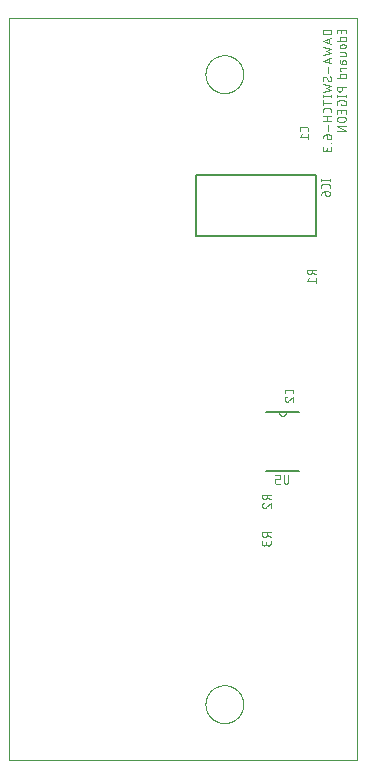
<source format=gbo>
G04 EAGLE Gerber RS-274X export*
G75*
%MOMM*%
%FSLAX34Y34*%
%LPD*%
%INSilk bottom*%
%IPPOS*%
%AMOC8*
5,1,8,0,0,1.08239X$1,22.5*%
G01*
%ADD10C,0.000000*%
%ADD11C,0.076200*%
%ADD12C,0.203200*%
%ADD13C,0.152400*%


D10*
X0Y628650D02*
X0Y0D01*
X295275Y0D01*
X295275Y628650D01*
X0Y628650D01*
D11*
X265811Y618744D02*
X273177Y618744D01*
X265811Y618744D02*
X265811Y616698D01*
X265813Y616609D01*
X265819Y616520D01*
X265829Y616431D01*
X265842Y616343D01*
X265859Y616255D01*
X265881Y616168D01*
X265906Y616083D01*
X265934Y615998D01*
X265967Y615915D01*
X266003Y615833D01*
X266042Y615753D01*
X266085Y615675D01*
X266131Y615599D01*
X266181Y615524D01*
X266234Y615452D01*
X266290Y615383D01*
X266349Y615316D01*
X266410Y615251D01*
X266475Y615190D01*
X266542Y615131D01*
X266611Y615075D01*
X266683Y615022D01*
X266758Y614972D01*
X266834Y614926D01*
X266912Y614883D01*
X266992Y614844D01*
X267074Y614808D01*
X267157Y614775D01*
X267242Y614747D01*
X267327Y614722D01*
X267414Y614700D01*
X267502Y614683D01*
X267590Y614670D01*
X267679Y614660D01*
X267768Y614654D01*
X267857Y614652D01*
X271131Y614652D01*
X271220Y614654D01*
X271309Y614660D01*
X271398Y614670D01*
X271486Y614683D01*
X271574Y614700D01*
X271661Y614722D01*
X271746Y614747D01*
X271831Y614775D01*
X271914Y614808D01*
X271996Y614844D01*
X272076Y614883D01*
X272154Y614926D01*
X272230Y614972D01*
X272305Y615022D01*
X272377Y615075D01*
X272446Y615131D01*
X272513Y615190D01*
X272578Y615251D01*
X272639Y615316D01*
X272698Y615383D01*
X272754Y615452D01*
X272807Y615524D01*
X272857Y615599D01*
X272903Y615675D01*
X272946Y615753D01*
X272985Y615833D01*
X273021Y615915D01*
X273054Y615998D01*
X273082Y616083D01*
X273107Y616168D01*
X273129Y616255D01*
X273146Y616343D01*
X273159Y616431D01*
X273169Y616520D01*
X273175Y616609D01*
X273177Y616698D01*
X273177Y618744D01*
X273177Y611594D02*
X265811Y609139D01*
X273177Y606684D01*
X271336Y607297D02*
X271336Y610980D01*
X273177Y602485D02*
X265811Y604122D01*
X268266Y600848D02*
X273177Y602485D01*
X273177Y599211D02*
X268266Y600848D01*
X265811Y597575D02*
X273177Y599211D01*
X273177Y595013D02*
X265811Y592558D01*
X273177Y590103D01*
X271336Y590716D02*
X271336Y594399D01*
X270312Y587210D02*
X270312Y582300D01*
X273177Y576787D02*
X273175Y576709D01*
X273170Y576631D01*
X273160Y576554D01*
X273147Y576477D01*
X273131Y576401D01*
X273111Y576326D01*
X273087Y576252D01*
X273060Y576179D01*
X273029Y576107D01*
X272995Y576037D01*
X272958Y575969D01*
X272917Y575902D01*
X272873Y575837D01*
X272827Y575775D01*
X272777Y575715D01*
X272725Y575657D01*
X272670Y575602D01*
X272612Y575550D01*
X272552Y575500D01*
X272490Y575454D01*
X272425Y575410D01*
X272359Y575369D01*
X272290Y575332D01*
X272220Y575298D01*
X272148Y575267D01*
X272075Y575240D01*
X272001Y575216D01*
X271926Y575196D01*
X271850Y575180D01*
X271773Y575167D01*
X271696Y575157D01*
X271618Y575152D01*
X271540Y575150D01*
X273177Y576787D02*
X273175Y576901D01*
X273170Y577014D01*
X273160Y577128D01*
X273147Y577241D01*
X273130Y577353D01*
X273110Y577465D01*
X273086Y577576D01*
X273058Y577687D01*
X273027Y577796D01*
X272992Y577904D01*
X272953Y578011D01*
X272911Y578117D01*
X272866Y578221D01*
X272817Y578324D01*
X272764Y578425D01*
X272709Y578524D01*
X272650Y578622D01*
X272588Y578717D01*
X272523Y578810D01*
X272455Y578902D01*
X272384Y578990D01*
X272310Y579077D01*
X272233Y579161D01*
X272154Y579242D01*
X267448Y579038D02*
X267368Y579036D01*
X267288Y579030D01*
X267208Y579020D01*
X267129Y579007D01*
X267050Y578989D01*
X266973Y578968D01*
X266897Y578942D01*
X266822Y578913D01*
X266748Y578881D01*
X266676Y578845D01*
X266606Y578805D01*
X266539Y578762D01*
X266473Y578716D01*
X266410Y578666D01*
X266349Y578614D01*
X266290Y578559D01*
X266235Y578500D01*
X266183Y578440D01*
X266133Y578376D01*
X266087Y578310D01*
X266044Y578243D01*
X266004Y578173D01*
X265968Y578101D01*
X265936Y578027D01*
X265907Y577953D01*
X265881Y577876D01*
X265860Y577799D01*
X265842Y577720D01*
X265829Y577641D01*
X265819Y577561D01*
X265813Y577481D01*
X265811Y577401D01*
X265813Y577291D01*
X265819Y577182D01*
X265829Y577073D01*
X265842Y576964D01*
X265860Y576855D01*
X265881Y576748D01*
X265907Y576641D01*
X265936Y576535D01*
X265968Y576430D01*
X266005Y576327D01*
X266045Y576225D01*
X266089Y576124D01*
X266137Y576025D01*
X266187Y575928D01*
X266242Y575833D01*
X266300Y575740D01*
X266361Y575648D01*
X266425Y575560D01*
X268880Y578219D02*
X268838Y578285D01*
X268794Y578350D01*
X268746Y578412D01*
X268696Y578472D01*
X268643Y578530D01*
X268587Y578585D01*
X268529Y578638D01*
X268468Y578687D01*
X268405Y578734D01*
X268340Y578778D01*
X268273Y578818D01*
X268204Y578855D01*
X268133Y578889D01*
X268061Y578920D01*
X267987Y578947D01*
X267912Y578971D01*
X267837Y578991D01*
X267760Y579007D01*
X267683Y579020D01*
X267605Y579030D01*
X267526Y579035D01*
X267448Y579037D01*
X270108Y575968D02*
X270150Y575902D01*
X270194Y575837D01*
X270242Y575775D01*
X270292Y575715D01*
X270345Y575657D01*
X270401Y575602D01*
X270459Y575549D01*
X270520Y575500D01*
X270583Y575453D01*
X270648Y575409D01*
X270715Y575369D01*
X270784Y575332D01*
X270855Y575298D01*
X270927Y575267D01*
X271001Y575240D01*
X271076Y575216D01*
X271151Y575196D01*
X271228Y575180D01*
X271305Y575167D01*
X271383Y575157D01*
X271462Y575152D01*
X271540Y575150D01*
X270108Y575968D02*
X268880Y578219D01*
X265811Y572423D02*
X273177Y570786D01*
X268266Y569149D01*
X273177Y567512D01*
X265811Y565875D01*
X265811Y562322D02*
X273177Y562322D01*
X273177Y563140D02*
X273177Y561503D01*
X265811Y561503D02*
X265811Y563140D01*
X265811Y556957D02*
X273177Y556957D01*
X265811Y559003D02*
X265811Y554911D01*
X273177Y550562D02*
X273177Y548925D01*
X273177Y550562D02*
X273175Y550640D01*
X273170Y550718D01*
X273160Y550795D01*
X273147Y550872D01*
X273131Y550948D01*
X273111Y551023D01*
X273087Y551097D01*
X273060Y551170D01*
X273029Y551242D01*
X272995Y551312D01*
X272958Y551381D01*
X272917Y551447D01*
X272873Y551512D01*
X272827Y551574D01*
X272777Y551634D01*
X272725Y551692D01*
X272670Y551747D01*
X272612Y551799D01*
X272552Y551849D01*
X272490Y551895D01*
X272425Y551939D01*
X272359Y551980D01*
X272290Y552017D01*
X272220Y552051D01*
X272148Y552082D01*
X272075Y552109D01*
X272001Y552133D01*
X271926Y552153D01*
X271850Y552169D01*
X271773Y552182D01*
X271696Y552192D01*
X271618Y552197D01*
X271540Y552199D01*
X267448Y552199D01*
X267368Y552197D01*
X267288Y552191D01*
X267208Y552181D01*
X267129Y552168D01*
X267050Y552150D01*
X266973Y552129D01*
X266897Y552103D01*
X266822Y552074D01*
X266748Y552042D01*
X266676Y552006D01*
X266606Y551966D01*
X266539Y551923D01*
X266473Y551877D01*
X266410Y551827D01*
X266349Y551775D01*
X266290Y551720D01*
X266235Y551661D01*
X266183Y551601D01*
X266133Y551537D01*
X266087Y551472D01*
X266044Y551404D01*
X266004Y551334D01*
X265968Y551262D01*
X265936Y551188D01*
X265907Y551114D01*
X265882Y551037D01*
X265860Y550960D01*
X265842Y550881D01*
X265829Y550802D01*
X265819Y550723D01*
X265813Y550642D01*
X265811Y550562D01*
X265811Y548925D01*
X265811Y545836D02*
X273177Y545836D01*
X269085Y545836D02*
X269085Y541744D01*
X265811Y541744D02*
X273177Y541744D01*
X270312Y538199D02*
X270312Y533288D01*
X269085Y529986D02*
X269085Y527531D01*
X269087Y527453D01*
X269092Y527375D01*
X269102Y527298D01*
X269115Y527221D01*
X269131Y527145D01*
X269151Y527070D01*
X269175Y526996D01*
X269202Y526923D01*
X269233Y526851D01*
X269267Y526781D01*
X269304Y526713D01*
X269345Y526646D01*
X269389Y526581D01*
X269435Y526519D01*
X269485Y526459D01*
X269537Y526401D01*
X269592Y526346D01*
X269650Y526294D01*
X269710Y526244D01*
X269772Y526198D01*
X269837Y526154D01*
X269904Y526113D01*
X269972Y526076D01*
X270042Y526042D01*
X270114Y526011D01*
X270187Y525984D01*
X270261Y525960D01*
X270336Y525940D01*
X270412Y525924D01*
X270489Y525911D01*
X270566Y525901D01*
X270644Y525896D01*
X270722Y525894D01*
X271131Y525894D01*
X271220Y525896D01*
X271309Y525902D01*
X271398Y525912D01*
X271486Y525925D01*
X271574Y525942D01*
X271661Y525964D01*
X271746Y525989D01*
X271831Y526017D01*
X271914Y526050D01*
X271996Y526086D01*
X272076Y526125D01*
X272154Y526168D01*
X272230Y526214D01*
X272305Y526264D01*
X272377Y526317D01*
X272446Y526373D01*
X272513Y526432D01*
X272578Y526493D01*
X272639Y526558D01*
X272698Y526625D01*
X272754Y526694D01*
X272807Y526766D01*
X272857Y526841D01*
X272903Y526917D01*
X272946Y526995D01*
X272985Y527075D01*
X273021Y527157D01*
X273054Y527240D01*
X273082Y527325D01*
X273107Y527410D01*
X273129Y527497D01*
X273146Y527585D01*
X273159Y527673D01*
X273169Y527762D01*
X273175Y527851D01*
X273177Y527940D01*
X273175Y528029D01*
X273169Y528118D01*
X273159Y528207D01*
X273146Y528295D01*
X273129Y528383D01*
X273107Y528470D01*
X273082Y528555D01*
X273054Y528640D01*
X273021Y528723D01*
X272985Y528805D01*
X272946Y528885D01*
X272903Y528963D01*
X272857Y529039D01*
X272807Y529114D01*
X272754Y529186D01*
X272698Y529255D01*
X272639Y529322D01*
X272578Y529387D01*
X272513Y529448D01*
X272446Y529507D01*
X272377Y529563D01*
X272305Y529616D01*
X272230Y529666D01*
X272154Y529712D01*
X272076Y529755D01*
X271996Y529794D01*
X271914Y529830D01*
X271831Y529863D01*
X271746Y529891D01*
X271661Y529916D01*
X271574Y529938D01*
X271486Y529955D01*
X271398Y529968D01*
X271309Y529978D01*
X271220Y529984D01*
X271131Y529986D01*
X269085Y529986D01*
X269085Y529987D02*
X268971Y529985D01*
X268857Y529979D01*
X268743Y529969D01*
X268629Y529955D01*
X268516Y529937D01*
X268404Y529915D01*
X268293Y529890D01*
X268183Y529860D01*
X268073Y529827D01*
X267965Y529790D01*
X267859Y529749D01*
X267753Y529704D01*
X267650Y529656D01*
X267548Y529604D01*
X267448Y529548D01*
X267350Y529490D01*
X267254Y529427D01*
X267161Y529362D01*
X267069Y529293D01*
X266981Y529221D01*
X266894Y529146D01*
X266811Y529068D01*
X266730Y528987D01*
X266652Y528904D01*
X266577Y528818D01*
X266505Y528729D01*
X266436Y528637D01*
X266371Y528544D01*
X266309Y528448D01*
X266250Y528350D01*
X266194Y528250D01*
X266142Y528148D01*
X266094Y528045D01*
X266049Y527940D01*
X266008Y527833D01*
X265971Y527725D01*
X265938Y527615D01*
X265908Y527505D01*
X265883Y527394D01*
X265861Y527282D01*
X265843Y527169D01*
X265829Y527055D01*
X265819Y526941D01*
X265813Y526827D01*
X265811Y526713D01*
X272768Y523024D02*
X273177Y523024D01*
X272768Y523024D02*
X272768Y522615D01*
X273177Y522615D01*
X273177Y523024D01*
X273177Y519745D02*
X273177Y517699D01*
X273175Y517610D01*
X273169Y517521D01*
X273159Y517432D01*
X273146Y517344D01*
X273129Y517256D01*
X273107Y517169D01*
X273082Y517084D01*
X273054Y516999D01*
X273021Y516916D01*
X272985Y516834D01*
X272946Y516754D01*
X272903Y516676D01*
X272857Y516600D01*
X272807Y516525D01*
X272754Y516453D01*
X272698Y516384D01*
X272639Y516317D01*
X272578Y516252D01*
X272513Y516191D01*
X272446Y516132D01*
X272377Y516076D01*
X272305Y516023D01*
X272230Y515973D01*
X272154Y515927D01*
X272076Y515884D01*
X271996Y515845D01*
X271914Y515809D01*
X271831Y515776D01*
X271746Y515748D01*
X271661Y515723D01*
X271574Y515701D01*
X271486Y515684D01*
X271398Y515671D01*
X271309Y515661D01*
X271220Y515655D01*
X271131Y515653D01*
X271042Y515655D01*
X270953Y515661D01*
X270864Y515671D01*
X270776Y515684D01*
X270688Y515701D01*
X270601Y515723D01*
X270516Y515748D01*
X270431Y515776D01*
X270348Y515809D01*
X270266Y515845D01*
X270186Y515884D01*
X270108Y515927D01*
X270032Y515973D01*
X269957Y516023D01*
X269885Y516076D01*
X269816Y516132D01*
X269749Y516191D01*
X269684Y516252D01*
X269623Y516317D01*
X269564Y516384D01*
X269508Y516453D01*
X269455Y516525D01*
X269405Y516600D01*
X269359Y516676D01*
X269316Y516754D01*
X269277Y516834D01*
X269241Y516916D01*
X269208Y516999D01*
X269180Y517084D01*
X269155Y517169D01*
X269133Y517256D01*
X269116Y517344D01*
X269103Y517432D01*
X269093Y517521D01*
X269087Y517610D01*
X269085Y517699D01*
X265811Y517290D02*
X265811Y519745D01*
X265811Y517290D02*
X265813Y517211D01*
X265819Y517132D01*
X265828Y517053D01*
X265841Y516975D01*
X265859Y516898D01*
X265879Y516822D01*
X265904Y516747D01*
X265932Y516673D01*
X265963Y516600D01*
X265999Y516529D01*
X266037Y516460D01*
X266079Y516393D01*
X266124Y516328D01*
X266172Y516265D01*
X266223Y516204D01*
X266277Y516147D01*
X266333Y516091D01*
X266392Y516039D01*
X266454Y515989D01*
X266518Y515943D01*
X266584Y515899D01*
X266652Y515859D01*
X266722Y515823D01*
X266794Y515789D01*
X266868Y515759D01*
X266942Y515733D01*
X267018Y515710D01*
X267095Y515692D01*
X267172Y515676D01*
X267251Y515665D01*
X267329Y515657D01*
X267408Y515653D01*
X267488Y515653D01*
X267567Y515657D01*
X267645Y515665D01*
X267724Y515676D01*
X267801Y515692D01*
X267878Y515710D01*
X267954Y515733D01*
X268028Y515759D01*
X268102Y515789D01*
X268174Y515823D01*
X268244Y515859D01*
X268312Y515899D01*
X268378Y515943D01*
X268442Y515989D01*
X268504Y516039D01*
X268563Y516091D01*
X268619Y516147D01*
X268673Y516204D01*
X268724Y516265D01*
X268772Y516328D01*
X268817Y516393D01*
X268859Y516460D01*
X268897Y516529D01*
X268933Y516600D01*
X268964Y516673D01*
X268992Y516747D01*
X269017Y516822D01*
X269037Y516898D01*
X269055Y516975D01*
X269068Y517053D01*
X269077Y517132D01*
X269083Y517211D01*
X269085Y517290D01*
X269085Y518927D01*
X285369Y615470D02*
X285369Y618744D01*
X278003Y618744D01*
X278003Y615470D01*
X281277Y616289D02*
X281277Y618744D01*
X278003Y609509D02*
X285369Y609509D01*
X285369Y611555D01*
X285367Y611624D01*
X285361Y611692D01*
X285352Y611761D01*
X285338Y611828D01*
X285321Y611895D01*
X285300Y611961D01*
X285276Y612025D01*
X285247Y612088D01*
X285216Y612149D01*
X285181Y612208D01*
X285143Y612266D01*
X285101Y612321D01*
X285057Y612373D01*
X285009Y612423D01*
X284959Y612471D01*
X284907Y612515D01*
X284852Y612557D01*
X284794Y612595D01*
X284735Y612630D01*
X284674Y612661D01*
X284611Y612690D01*
X284547Y612714D01*
X284481Y612735D01*
X284414Y612752D01*
X284347Y612766D01*
X284278Y612775D01*
X284210Y612781D01*
X284141Y612783D01*
X281686Y612783D01*
X281617Y612781D01*
X281549Y612775D01*
X281480Y612766D01*
X281413Y612752D01*
X281346Y612735D01*
X281280Y612714D01*
X281216Y612690D01*
X281153Y612661D01*
X281092Y612630D01*
X281033Y612595D01*
X280975Y612557D01*
X280920Y612515D01*
X280868Y612471D01*
X280818Y612423D01*
X280770Y612373D01*
X280726Y612321D01*
X280685Y612266D01*
X280646Y612208D01*
X280611Y612149D01*
X280580Y612088D01*
X280551Y612025D01*
X280527Y611961D01*
X280506Y611895D01*
X280489Y611828D01*
X280475Y611761D01*
X280466Y611693D01*
X280460Y611624D01*
X280458Y611555D01*
X280458Y609509D01*
X282095Y606159D02*
X283732Y606159D01*
X282095Y606159D02*
X282016Y606157D01*
X281937Y606151D01*
X281858Y606142D01*
X281780Y606129D01*
X281703Y606111D01*
X281627Y606091D01*
X281552Y606066D01*
X281478Y606038D01*
X281405Y606007D01*
X281334Y605971D01*
X281265Y605933D01*
X281198Y605891D01*
X281133Y605846D01*
X281070Y605798D01*
X281009Y605747D01*
X280952Y605693D01*
X280896Y605637D01*
X280844Y605578D01*
X280794Y605516D01*
X280748Y605452D01*
X280704Y605386D01*
X280664Y605318D01*
X280628Y605248D01*
X280594Y605176D01*
X280564Y605102D01*
X280538Y605028D01*
X280515Y604952D01*
X280497Y604875D01*
X280481Y604798D01*
X280470Y604719D01*
X280462Y604641D01*
X280458Y604562D01*
X280458Y604482D01*
X280462Y604403D01*
X280470Y604325D01*
X280481Y604246D01*
X280497Y604169D01*
X280515Y604092D01*
X280538Y604016D01*
X280564Y603942D01*
X280594Y603868D01*
X280628Y603796D01*
X280664Y603726D01*
X280704Y603658D01*
X280748Y603592D01*
X280794Y603528D01*
X280844Y603466D01*
X280896Y603407D01*
X280952Y603351D01*
X281009Y603297D01*
X281070Y603246D01*
X281133Y603198D01*
X281198Y603153D01*
X281265Y603111D01*
X281334Y603073D01*
X281405Y603037D01*
X281478Y603006D01*
X281552Y602978D01*
X281627Y602953D01*
X281703Y602933D01*
X281780Y602915D01*
X281858Y602902D01*
X281937Y602893D01*
X282016Y602887D01*
X282095Y602885D01*
X283732Y602885D01*
X283811Y602887D01*
X283890Y602893D01*
X283969Y602902D01*
X284047Y602915D01*
X284124Y602933D01*
X284200Y602953D01*
X284275Y602978D01*
X284349Y603006D01*
X284422Y603037D01*
X284493Y603073D01*
X284562Y603111D01*
X284629Y603153D01*
X284694Y603198D01*
X284757Y603246D01*
X284818Y603297D01*
X284875Y603351D01*
X284931Y603407D01*
X284983Y603466D01*
X285033Y603528D01*
X285079Y603592D01*
X285123Y603658D01*
X285163Y603726D01*
X285199Y603796D01*
X285233Y603868D01*
X285263Y603942D01*
X285289Y604016D01*
X285312Y604092D01*
X285330Y604169D01*
X285346Y604246D01*
X285357Y604325D01*
X285365Y604403D01*
X285369Y604482D01*
X285369Y604562D01*
X285365Y604641D01*
X285357Y604719D01*
X285346Y604798D01*
X285330Y604875D01*
X285312Y604952D01*
X285289Y605028D01*
X285263Y605102D01*
X285233Y605176D01*
X285199Y605248D01*
X285163Y605318D01*
X285123Y605386D01*
X285079Y605452D01*
X285033Y605516D01*
X284983Y605578D01*
X284931Y605637D01*
X284875Y605693D01*
X284818Y605747D01*
X284757Y605798D01*
X284694Y605846D01*
X284629Y605891D01*
X284562Y605933D01*
X284493Y605971D01*
X284422Y606007D01*
X284349Y606038D01*
X284275Y606066D01*
X284200Y606091D01*
X284124Y606111D01*
X284047Y606129D01*
X283969Y606142D01*
X283890Y606151D01*
X283811Y606157D01*
X283732Y606159D01*
X284141Y599575D02*
X280458Y599575D01*
X284141Y599575D02*
X284210Y599573D01*
X284278Y599567D01*
X284347Y599558D01*
X284414Y599544D01*
X284481Y599527D01*
X284547Y599506D01*
X284611Y599482D01*
X284674Y599453D01*
X284735Y599422D01*
X284794Y599387D01*
X284852Y599349D01*
X284907Y599307D01*
X284959Y599263D01*
X285009Y599215D01*
X285057Y599165D01*
X285101Y599113D01*
X285143Y599058D01*
X285181Y599000D01*
X285216Y598941D01*
X285247Y598880D01*
X285276Y598817D01*
X285300Y598753D01*
X285321Y598687D01*
X285338Y598620D01*
X285352Y598553D01*
X285361Y598484D01*
X285367Y598416D01*
X285369Y598347D01*
X285369Y596301D01*
X280458Y596301D01*
X282504Y591600D02*
X282504Y589758D01*
X282505Y591600D02*
X282507Y591675D01*
X282513Y591750D01*
X282523Y591824D01*
X282536Y591898D01*
X282554Y591971D01*
X282575Y592043D01*
X282600Y592113D01*
X282629Y592182D01*
X282661Y592250D01*
X282697Y592316D01*
X282736Y592380D01*
X282778Y592442D01*
X282824Y592501D01*
X282873Y592558D01*
X282924Y592613D01*
X282979Y592664D01*
X283036Y592713D01*
X283095Y592759D01*
X283157Y592801D01*
X283221Y592840D01*
X283287Y592876D01*
X283355Y592908D01*
X283424Y592937D01*
X283494Y592962D01*
X283566Y592983D01*
X283639Y593001D01*
X283713Y593014D01*
X283787Y593024D01*
X283862Y593030D01*
X283937Y593032D01*
X284012Y593030D01*
X284087Y593024D01*
X284161Y593014D01*
X284235Y593001D01*
X284308Y592983D01*
X284380Y592962D01*
X284450Y592937D01*
X284519Y592908D01*
X284587Y592876D01*
X284653Y592840D01*
X284717Y592801D01*
X284779Y592759D01*
X284838Y592713D01*
X284895Y592664D01*
X284950Y592613D01*
X285001Y592558D01*
X285050Y592501D01*
X285096Y592442D01*
X285138Y592380D01*
X285177Y592316D01*
X285213Y592250D01*
X285245Y592182D01*
X285274Y592113D01*
X285299Y592043D01*
X285320Y591971D01*
X285338Y591898D01*
X285351Y591824D01*
X285361Y591750D01*
X285367Y591675D01*
X285369Y591600D01*
X285369Y589758D01*
X281686Y589758D01*
X281617Y589760D01*
X281549Y589766D01*
X281480Y589775D01*
X281413Y589789D01*
X281346Y589806D01*
X281280Y589827D01*
X281216Y589851D01*
X281153Y589880D01*
X281092Y589911D01*
X281033Y589946D01*
X280975Y589984D01*
X280920Y590026D01*
X280868Y590070D01*
X280818Y590118D01*
X280770Y590168D01*
X280726Y590220D01*
X280684Y590275D01*
X280646Y590333D01*
X280611Y590392D01*
X280580Y590453D01*
X280551Y590516D01*
X280527Y590580D01*
X280506Y590646D01*
X280489Y590713D01*
X280475Y590780D01*
X280466Y590849D01*
X280460Y590917D01*
X280458Y590986D01*
X280458Y592623D01*
X280458Y586118D02*
X285369Y586118D01*
X280458Y586118D02*
X280458Y583662D01*
X281277Y583662D01*
X278003Y578054D02*
X285369Y578054D01*
X285369Y580100D01*
X285367Y580169D01*
X285361Y580237D01*
X285352Y580306D01*
X285338Y580373D01*
X285321Y580440D01*
X285300Y580506D01*
X285276Y580570D01*
X285247Y580633D01*
X285216Y580694D01*
X285181Y580753D01*
X285143Y580811D01*
X285101Y580866D01*
X285057Y580918D01*
X285009Y580968D01*
X284959Y581016D01*
X284907Y581060D01*
X284852Y581102D01*
X284794Y581140D01*
X284735Y581175D01*
X284674Y581206D01*
X284611Y581235D01*
X284547Y581259D01*
X284481Y581280D01*
X284414Y581297D01*
X284347Y581311D01*
X284278Y581320D01*
X284210Y581326D01*
X284141Y581328D01*
X281686Y581328D01*
X281617Y581326D01*
X281549Y581320D01*
X281480Y581311D01*
X281413Y581297D01*
X281346Y581280D01*
X281280Y581259D01*
X281216Y581235D01*
X281153Y581206D01*
X281092Y581175D01*
X281033Y581140D01*
X280975Y581102D01*
X280920Y581060D01*
X280868Y581016D01*
X280818Y580968D01*
X280770Y580918D01*
X280726Y580866D01*
X280685Y580811D01*
X280646Y580753D01*
X280611Y580694D01*
X280580Y580633D01*
X280551Y580570D01*
X280527Y580506D01*
X280506Y580440D01*
X280489Y580373D01*
X280475Y580306D01*
X280466Y580238D01*
X280460Y580169D01*
X280458Y580100D01*
X280458Y578054D01*
X278003Y570362D02*
X285369Y570362D01*
X278003Y570362D02*
X278003Y568316D01*
X278005Y568227D01*
X278011Y568138D01*
X278021Y568049D01*
X278034Y567961D01*
X278051Y567873D01*
X278073Y567786D01*
X278098Y567701D01*
X278126Y567616D01*
X278159Y567533D01*
X278195Y567451D01*
X278234Y567371D01*
X278277Y567293D01*
X278323Y567217D01*
X278373Y567142D01*
X278426Y567070D01*
X278482Y567001D01*
X278541Y566934D01*
X278602Y566869D01*
X278667Y566808D01*
X278734Y566749D01*
X278803Y566693D01*
X278875Y566640D01*
X278950Y566590D01*
X279026Y566544D01*
X279104Y566501D01*
X279184Y566462D01*
X279266Y566426D01*
X279349Y566393D01*
X279434Y566365D01*
X279519Y566340D01*
X279606Y566318D01*
X279694Y566301D01*
X279782Y566288D01*
X279871Y566278D01*
X279960Y566272D01*
X280049Y566270D01*
X280138Y566272D01*
X280227Y566278D01*
X280316Y566288D01*
X280404Y566301D01*
X280492Y566318D01*
X280579Y566340D01*
X280664Y566365D01*
X280749Y566393D01*
X280832Y566426D01*
X280914Y566462D01*
X280994Y566501D01*
X281072Y566544D01*
X281148Y566590D01*
X281223Y566640D01*
X281295Y566693D01*
X281364Y566749D01*
X281431Y566808D01*
X281496Y566869D01*
X281557Y566934D01*
X281616Y567001D01*
X281672Y567070D01*
X281725Y567142D01*
X281775Y567217D01*
X281821Y567293D01*
X281864Y567371D01*
X281903Y567451D01*
X281939Y567533D01*
X281972Y567616D01*
X282000Y567701D01*
X282025Y567786D01*
X282047Y567873D01*
X282064Y567961D01*
X282077Y568049D01*
X282087Y568138D01*
X282093Y568227D01*
X282095Y568316D01*
X282095Y570362D01*
X285369Y562825D02*
X278003Y562825D01*
X285369Y563644D02*
X285369Y562007D01*
X278003Y562007D02*
X278003Y563644D01*
X281277Y555911D02*
X281277Y554683D01*
X285369Y554683D01*
X285369Y557138D01*
X285367Y557216D01*
X285362Y557294D01*
X285352Y557371D01*
X285339Y557448D01*
X285323Y557524D01*
X285303Y557599D01*
X285279Y557673D01*
X285252Y557746D01*
X285221Y557818D01*
X285187Y557888D01*
X285150Y557957D01*
X285109Y558023D01*
X285065Y558088D01*
X285019Y558150D01*
X284969Y558210D01*
X284917Y558268D01*
X284862Y558323D01*
X284804Y558375D01*
X284744Y558425D01*
X284682Y558471D01*
X284617Y558515D01*
X284551Y558556D01*
X284482Y558593D01*
X284412Y558627D01*
X284340Y558658D01*
X284267Y558685D01*
X284193Y558709D01*
X284118Y558729D01*
X284042Y558745D01*
X283965Y558758D01*
X283888Y558768D01*
X283810Y558773D01*
X283732Y558775D01*
X279640Y558775D01*
X279560Y558773D01*
X279480Y558767D01*
X279400Y558757D01*
X279321Y558744D01*
X279242Y558726D01*
X279165Y558705D01*
X279089Y558679D01*
X279014Y558650D01*
X278940Y558618D01*
X278868Y558582D01*
X278798Y558542D01*
X278731Y558499D01*
X278665Y558453D01*
X278602Y558403D01*
X278541Y558351D01*
X278482Y558296D01*
X278427Y558237D01*
X278375Y558177D01*
X278325Y558113D01*
X278279Y558048D01*
X278236Y557980D01*
X278196Y557910D01*
X278160Y557838D01*
X278128Y557764D01*
X278099Y557690D01*
X278074Y557613D01*
X278052Y557536D01*
X278034Y557457D01*
X278021Y557378D01*
X278011Y557299D01*
X278005Y557218D01*
X278003Y557138D01*
X278003Y554683D01*
X285369Y550957D02*
X285369Y547683D01*
X285369Y550957D02*
X278003Y550957D01*
X278003Y547683D01*
X281277Y548501D02*
X281277Y550957D01*
X280049Y544876D02*
X283323Y544876D01*
X280049Y544876D02*
X279960Y544874D01*
X279871Y544868D01*
X279782Y544858D01*
X279694Y544845D01*
X279606Y544828D01*
X279519Y544806D01*
X279434Y544781D01*
X279349Y544753D01*
X279266Y544720D01*
X279184Y544684D01*
X279104Y544645D01*
X279026Y544602D01*
X278950Y544556D01*
X278875Y544506D01*
X278803Y544453D01*
X278734Y544397D01*
X278667Y544338D01*
X278602Y544277D01*
X278541Y544212D01*
X278482Y544145D01*
X278426Y544076D01*
X278373Y544004D01*
X278323Y543929D01*
X278277Y543853D01*
X278234Y543775D01*
X278195Y543695D01*
X278159Y543613D01*
X278126Y543530D01*
X278098Y543445D01*
X278073Y543360D01*
X278051Y543273D01*
X278034Y543185D01*
X278021Y543097D01*
X278011Y543008D01*
X278005Y542919D01*
X278003Y542830D01*
X278005Y542741D01*
X278011Y542652D01*
X278021Y542563D01*
X278034Y542475D01*
X278051Y542387D01*
X278073Y542300D01*
X278098Y542215D01*
X278126Y542130D01*
X278159Y542047D01*
X278195Y541965D01*
X278234Y541885D01*
X278277Y541807D01*
X278323Y541731D01*
X278373Y541656D01*
X278426Y541584D01*
X278482Y541515D01*
X278541Y541448D01*
X278602Y541383D01*
X278667Y541322D01*
X278734Y541263D01*
X278803Y541207D01*
X278875Y541154D01*
X278950Y541104D01*
X279026Y541058D01*
X279104Y541015D01*
X279184Y540976D01*
X279266Y540940D01*
X279349Y540907D01*
X279434Y540879D01*
X279519Y540854D01*
X279606Y540832D01*
X279694Y540815D01*
X279782Y540802D01*
X279871Y540792D01*
X279960Y540786D01*
X280049Y540784D01*
X283323Y540784D01*
X283412Y540786D01*
X283501Y540792D01*
X283590Y540802D01*
X283678Y540815D01*
X283766Y540832D01*
X283853Y540854D01*
X283938Y540879D01*
X284023Y540907D01*
X284106Y540940D01*
X284188Y540976D01*
X284268Y541015D01*
X284346Y541058D01*
X284422Y541104D01*
X284497Y541154D01*
X284569Y541207D01*
X284638Y541263D01*
X284705Y541322D01*
X284770Y541383D01*
X284831Y541448D01*
X284890Y541515D01*
X284946Y541584D01*
X284999Y541656D01*
X285049Y541731D01*
X285095Y541807D01*
X285138Y541885D01*
X285177Y541965D01*
X285213Y542047D01*
X285246Y542130D01*
X285274Y542215D01*
X285299Y542300D01*
X285321Y542387D01*
X285338Y542475D01*
X285351Y542563D01*
X285361Y542652D01*
X285367Y542741D01*
X285369Y542830D01*
X285367Y542919D01*
X285361Y543008D01*
X285351Y543097D01*
X285338Y543185D01*
X285321Y543273D01*
X285299Y543360D01*
X285274Y543445D01*
X285246Y543530D01*
X285213Y543613D01*
X285177Y543695D01*
X285138Y543775D01*
X285095Y543853D01*
X285049Y543929D01*
X284999Y544004D01*
X284946Y544076D01*
X284890Y544145D01*
X284831Y544212D01*
X284770Y544277D01*
X284705Y544338D01*
X284638Y544397D01*
X284569Y544453D01*
X284497Y544506D01*
X284422Y544556D01*
X284346Y544602D01*
X284268Y544645D01*
X284188Y544684D01*
X284106Y544720D01*
X284023Y544753D01*
X283938Y544781D01*
X283853Y544806D01*
X283766Y544828D01*
X283678Y544845D01*
X283590Y544858D01*
X283501Y544868D01*
X283412Y544874D01*
X283323Y544876D01*
X285369Y537317D02*
X278003Y537317D01*
X285369Y533225D01*
X278003Y533225D01*
D10*
X166563Y47625D02*
X166568Y48018D01*
X166582Y48410D01*
X166606Y48802D01*
X166640Y49193D01*
X166683Y49584D01*
X166736Y49973D01*
X166799Y50360D01*
X166870Y50746D01*
X166952Y51131D01*
X167042Y51513D01*
X167143Y51892D01*
X167252Y52270D01*
X167371Y52644D01*
X167498Y53015D01*
X167635Y53383D01*
X167781Y53748D01*
X167936Y54109D01*
X168099Y54466D01*
X168271Y54819D01*
X168452Y55167D01*
X168642Y55511D01*
X168839Y55851D01*
X169045Y56185D01*
X169259Y56514D01*
X169482Y56838D01*
X169712Y57156D01*
X169949Y57469D01*
X170195Y57775D01*
X170448Y58076D01*
X170708Y58370D01*
X170975Y58658D01*
X171249Y58939D01*
X171530Y59213D01*
X171818Y59480D01*
X172112Y59740D01*
X172413Y59993D01*
X172719Y60239D01*
X173032Y60476D01*
X173350Y60706D01*
X173674Y60929D01*
X174003Y61143D01*
X174337Y61349D01*
X174677Y61546D01*
X175021Y61736D01*
X175369Y61917D01*
X175722Y62089D01*
X176079Y62252D01*
X176440Y62407D01*
X176805Y62553D01*
X177173Y62690D01*
X177544Y62817D01*
X177918Y62936D01*
X178296Y63045D01*
X178675Y63146D01*
X179057Y63236D01*
X179442Y63318D01*
X179828Y63389D01*
X180215Y63452D01*
X180604Y63505D01*
X180995Y63548D01*
X181386Y63582D01*
X181778Y63606D01*
X182170Y63620D01*
X182563Y63625D01*
X182956Y63620D01*
X183348Y63606D01*
X183740Y63582D01*
X184131Y63548D01*
X184522Y63505D01*
X184911Y63452D01*
X185298Y63389D01*
X185684Y63318D01*
X186069Y63236D01*
X186451Y63146D01*
X186830Y63045D01*
X187208Y62936D01*
X187582Y62817D01*
X187953Y62690D01*
X188321Y62553D01*
X188686Y62407D01*
X189047Y62252D01*
X189404Y62089D01*
X189757Y61917D01*
X190105Y61736D01*
X190449Y61546D01*
X190789Y61349D01*
X191123Y61143D01*
X191452Y60929D01*
X191776Y60706D01*
X192094Y60476D01*
X192407Y60239D01*
X192713Y59993D01*
X193014Y59740D01*
X193308Y59480D01*
X193596Y59213D01*
X193877Y58939D01*
X194151Y58658D01*
X194418Y58370D01*
X194678Y58076D01*
X194931Y57775D01*
X195177Y57469D01*
X195414Y57156D01*
X195644Y56838D01*
X195867Y56514D01*
X196081Y56185D01*
X196287Y55851D01*
X196484Y55511D01*
X196674Y55167D01*
X196855Y54819D01*
X197027Y54466D01*
X197190Y54109D01*
X197345Y53748D01*
X197491Y53383D01*
X197628Y53015D01*
X197755Y52644D01*
X197874Y52270D01*
X197983Y51892D01*
X198084Y51513D01*
X198174Y51131D01*
X198256Y50746D01*
X198327Y50360D01*
X198390Y49973D01*
X198443Y49584D01*
X198486Y49193D01*
X198520Y48802D01*
X198544Y48410D01*
X198558Y48018D01*
X198563Y47625D01*
X198558Y47232D01*
X198544Y46840D01*
X198520Y46448D01*
X198486Y46057D01*
X198443Y45666D01*
X198390Y45277D01*
X198327Y44890D01*
X198256Y44504D01*
X198174Y44119D01*
X198084Y43737D01*
X197983Y43358D01*
X197874Y42980D01*
X197755Y42606D01*
X197628Y42235D01*
X197491Y41867D01*
X197345Y41502D01*
X197190Y41141D01*
X197027Y40784D01*
X196855Y40431D01*
X196674Y40083D01*
X196484Y39739D01*
X196287Y39399D01*
X196081Y39065D01*
X195867Y38736D01*
X195644Y38412D01*
X195414Y38094D01*
X195177Y37781D01*
X194931Y37475D01*
X194678Y37174D01*
X194418Y36880D01*
X194151Y36592D01*
X193877Y36311D01*
X193596Y36037D01*
X193308Y35770D01*
X193014Y35510D01*
X192713Y35257D01*
X192407Y35011D01*
X192094Y34774D01*
X191776Y34544D01*
X191452Y34321D01*
X191123Y34107D01*
X190789Y33901D01*
X190449Y33704D01*
X190105Y33514D01*
X189757Y33333D01*
X189404Y33161D01*
X189047Y32998D01*
X188686Y32843D01*
X188321Y32697D01*
X187953Y32560D01*
X187582Y32433D01*
X187208Y32314D01*
X186830Y32205D01*
X186451Y32104D01*
X186069Y32014D01*
X185684Y31932D01*
X185298Y31861D01*
X184911Y31798D01*
X184522Y31745D01*
X184131Y31702D01*
X183740Y31668D01*
X183348Y31644D01*
X182956Y31630D01*
X182563Y31625D01*
X182170Y31630D01*
X181778Y31644D01*
X181386Y31668D01*
X180995Y31702D01*
X180604Y31745D01*
X180215Y31798D01*
X179828Y31861D01*
X179442Y31932D01*
X179057Y32014D01*
X178675Y32104D01*
X178296Y32205D01*
X177918Y32314D01*
X177544Y32433D01*
X177173Y32560D01*
X176805Y32697D01*
X176440Y32843D01*
X176079Y32998D01*
X175722Y33161D01*
X175369Y33333D01*
X175021Y33514D01*
X174677Y33704D01*
X174337Y33901D01*
X174003Y34107D01*
X173674Y34321D01*
X173350Y34544D01*
X173032Y34774D01*
X172719Y35011D01*
X172413Y35257D01*
X172112Y35510D01*
X171818Y35770D01*
X171530Y36037D01*
X171249Y36311D01*
X170975Y36592D01*
X170708Y36880D01*
X170448Y37174D01*
X170195Y37475D01*
X169949Y37781D01*
X169712Y38094D01*
X169482Y38412D01*
X169259Y38736D01*
X169045Y39065D01*
X168839Y39399D01*
X168642Y39739D01*
X168452Y40083D01*
X168271Y40431D01*
X168099Y40784D01*
X167936Y41141D01*
X167781Y41502D01*
X167635Y41867D01*
X167498Y42235D01*
X167371Y42606D01*
X167252Y42980D01*
X167143Y43358D01*
X167042Y43737D01*
X166952Y44119D01*
X166870Y44504D01*
X166799Y44890D01*
X166736Y45277D01*
X166683Y45666D01*
X166640Y46057D01*
X166606Y46448D01*
X166582Y46840D01*
X166568Y47232D01*
X166563Y47625D01*
X166563Y581025D02*
X166568Y581418D01*
X166582Y581810D01*
X166606Y582202D01*
X166640Y582593D01*
X166683Y582984D01*
X166736Y583373D01*
X166799Y583760D01*
X166870Y584146D01*
X166952Y584531D01*
X167042Y584913D01*
X167143Y585292D01*
X167252Y585670D01*
X167371Y586044D01*
X167498Y586415D01*
X167635Y586783D01*
X167781Y587148D01*
X167936Y587509D01*
X168099Y587866D01*
X168271Y588219D01*
X168452Y588567D01*
X168642Y588911D01*
X168839Y589251D01*
X169045Y589585D01*
X169259Y589914D01*
X169482Y590238D01*
X169712Y590556D01*
X169949Y590869D01*
X170195Y591175D01*
X170448Y591476D01*
X170708Y591770D01*
X170975Y592058D01*
X171249Y592339D01*
X171530Y592613D01*
X171818Y592880D01*
X172112Y593140D01*
X172413Y593393D01*
X172719Y593639D01*
X173032Y593876D01*
X173350Y594106D01*
X173674Y594329D01*
X174003Y594543D01*
X174337Y594749D01*
X174677Y594946D01*
X175021Y595136D01*
X175369Y595317D01*
X175722Y595489D01*
X176079Y595652D01*
X176440Y595807D01*
X176805Y595953D01*
X177173Y596090D01*
X177544Y596217D01*
X177918Y596336D01*
X178296Y596445D01*
X178675Y596546D01*
X179057Y596636D01*
X179442Y596718D01*
X179828Y596789D01*
X180215Y596852D01*
X180604Y596905D01*
X180995Y596948D01*
X181386Y596982D01*
X181778Y597006D01*
X182170Y597020D01*
X182563Y597025D01*
X182956Y597020D01*
X183348Y597006D01*
X183740Y596982D01*
X184131Y596948D01*
X184522Y596905D01*
X184911Y596852D01*
X185298Y596789D01*
X185684Y596718D01*
X186069Y596636D01*
X186451Y596546D01*
X186830Y596445D01*
X187208Y596336D01*
X187582Y596217D01*
X187953Y596090D01*
X188321Y595953D01*
X188686Y595807D01*
X189047Y595652D01*
X189404Y595489D01*
X189757Y595317D01*
X190105Y595136D01*
X190449Y594946D01*
X190789Y594749D01*
X191123Y594543D01*
X191452Y594329D01*
X191776Y594106D01*
X192094Y593876D01*
X192407Y593639D01*
X192713Y593393D01*
X193014Y593140D01*
X193308Y592880D01*
X193596Y592613D01*
X193877Y592339D01*
X194151Y592058D01*
X194418Y591770D01*
X194678Y591476D01*
X194931Y591175D01*
X195177Y590869D01*
X195414Y590556D01*
X195644Y590238D01*
X195867Y589914D01*
X196081Y589585D01*
X196287Y589251D01*
X196484Y588911D01*
X196674Y588567D01*
X196855Y588219D01*
X197027Y587866D01*
X197190Y587509D01*
X197345Y587148D01*
X197491Y586783D01*
X197628Y586415D01*
X197755Y586044D01*
X197874Y585670D01*
X197983Y585292D01*
X198084Y584913D01*
X198174Y584531D01*
X198256Y584146D01*
X198327Y583760D01*
X198390Y583373D01*
X198443Y582984D01*
X198486Y582593D01*
X198520Y582202D01*
X198544Y581810D01*
X198558Y581418D01*
X198563Y581025D01*
X198558Y580632D01*
X198544Y580240D01*
X198520Y579848D01*
X198486Y579457D01*
X198443Y579066D01*
X198390Y578677D01*
X198327Y578290D01*
X198256Y577904D01*
X198174Y577519D01*
X198084Y577137D01*
X197983Y576758D01*
X197874Y576380D01*
X197755Y576006D01*
X197628Y575635D01*
X197491Y575267D01*
X197345Y574902D01*
X197190Y574541D01*
X197027Y574184D01*
X196855Y573831D01*
X196674Y573483D01*
X196484Y573139D01*
X196287Y572799D01*
X196081Y572465D01*
X195867Y572136D01*
X195644Y571812D01*
X195414Y571494D01*
X195177Y571181D01*
X194931Y570875D01*
X194678Y570574D01*
X194418Y570280D01*
X194151Y569992D01*
X193877Y569711D01*
X193596Y569437D01*
X193308Y569170D01*
X193014Y568910D01*
X192713Y568657D01*
X192407Y568411D01*
X192094Y568174D01*
X191776Y567944D01*
X191452Y567721D01*
X191123Y567507D01*
X190789Y567301D01*
X190449Y567104D01*
X190105Y566914D01*
X189757Y566733D01*
X189404Y566561D01*
X189047Y566398D01*
X188686Y566243D01*
X188321Y566097D01*
X187953Y565960D01*
X187582Y565833D01*
X187208Y565714D01*
X186830Y565605D01*
X186451Y565504D01*
X186069Y565414D01*
X185684Y565332D01*
X185298Y565261D01*
X184911Y565198D01*
X184522Y565145D01*
X184131Y565102D01*
X183740Y565068D01*
X183348Y565044D01*
X182956Y565030D01*
X182563Y565025D01*
X182170Y565030D01*
X181778Y565044D01*
X181386Y565068D01*
X180995Y565102D01*
X180604Y565145D01*
X180215Y565198D01*
X179828Y565261D01*
X179442Y565332D01*
X179057Y565414D01*
X178675Y565504D01*
X178296Y565605D01*
X177918Y565714D01*
X177544Y565833D01*
X177173Y565960D01*
X176805Y566097D01*
X176440Y566243D01*
X176079Y566398D01*
X175722Y566561D01*
X175369Y566733D01*
X175021Y566914D01*
X174677Y567104D01*
X174337Y567301D01*
X174003Y567507D01*
X173674Y567721D01*
X173350Y567944D01*
X173032Y568174D01*
X172719Y568411D01*
X172413Y568657D01*
X172112Y568910D01*
X171818Y569170D01*
X171530Y569437D01*
X171249Y569711D01*
X170975Y569992D01*
X170708Y570280D01*
X170448Y570574D01*
X170195Y570875D01*
X169949Y571181D01*
X169712Y571494D01*
X169482Y571812D01*
X169259Y572136D01*
X169045Y572465D01*
X168839Y572799D01*
X168642Y573139D01*
X168452Y573483D01*
X168271Y573831D01*
X168099Y574184D01*
X167936Y574541D01*
X167781Y574902D01*
X167635Y575267D01*
X167498Y575635D01*
X167371Y576006D01*
X167252Y576380D01*
X167143Y576758D01*
X167042Y577137D01*
X166952Y577519D01*
X166870Y577904D01*
X166799Y578290D01*
X166736Y578677D01*
X166683Y579066D01*
X166640Y579457D01*
X166606Y579848D01*
X166582Y580240D01*
X166568Y580632D01*
X166563Y581025D01*
D11*
X253619Y534557D02*
X253619Y532920D01*
X253619Y534557D02*
X253617Y534635D01*
X253612Y534713D01*
X253602Y534790D01*
X253589Y534867D01*
X253573Y534943D01*
X253553Y535018D01*
X253529Y535092D01*
X253502Y535165D01*
X253471Y535237D01*
X253437Y535307D01*
X253400Y535376D01*
X253359Y535442D01*
X253315Y535507D01*
X253269Y535569D01*
X253219Y535629D01*
X253167Y535687D01*
X253112Y535742D01*
X253054Y535794D01*
X252994Y535844D01*
X252932Y535890D01*
X252867Y535934D01*
X252801Y535975D01*
X252732Y536012D01*
X252662Y536046D01*
X252590Y536077D01*
X252517Y536104D01*
X252443Y536128D01*
X252368Y536148D01*
X252292Y536164D01*
X252215Y536177D01*
X252138Y536187D01*
X252060Y536192D01*
X251982Y536194D01*
X247890Y536194D01*
X247810Y536192D01*
X247730Y536186D01*
X247650Y536176D01*
X247571Y536163D01*
X247492Y536145D01*
X247415Y536124D01*
X247339Y536098D01*
X247264Y536069D01*
X247190Y536037D01*
X247118Y536001D01*
X247048Y535961D01*
X246981Y535918D01*
X246915Y535872D01*
X246852Y535822D01*
X246791Y535770D01*
X246732Y535715D01*
X246677Y535656D01*
X246625Y535596D01*
X246575Y535532D01*
X246529Y535467D01*
X246486Y535399D01*
X246446Y535329D01*
X246410Y535257D01*
X246378Y535183D01*
X246349Y535109D01*
X246324Y535032D01*
X246302Y534955D01*
X246284Y534876D01*
X246271Y534797D01*
X246261Y534718D01*
X246255Y534637D01*
X246253Y534557D01*
X246253Y532920D01*
X247890Y530075D02*
X246253Y528029D01*
X253619Y528029D01*
X253619Y530075D02*
X253619Y525983D01*
D12*
X260550Y495900D02*
X158950Y495900D01*
X260550Y495900D02*
X260550Y443900D01*
X158950Y443900D01*
X158950Y495900D01*
D11*
X264518Y491825D02*
X271884Y491825D01*
X271884Y492643D02*
X271884Y491006D01*
X264518Y491006D02*
X264518Y492643D01*
X271884Y486405D02*
X271884Y484768D01*
X271884Y486405D02*
X271882Y486483D01*
X271877Y486561D01*
X271867Y486638D01*
X271854Y486715D01*
X271838Y486791D01*
X271818Y486866D01*
X271794Y486940D01*
X271767Y487013D01*
X271736Y487085D01*
X271702Y487155D01*
X271665Y487224D01*
X271624Y487290D01*
X271580Y487355D01*
X271534Y487417D01*
X271484Y487477D01*
X271432Y487535D01*
X271377Y487590D01*
X271319Y487642D01*
X271259Y487692D01*
X271197Y487738D01*
X271132Y487782D01*
X271066Y487823D01*
X270997Y487860D01*
X270927Y487894D01*
X270855Y487925D01*
X270782Y487952D01*
X270708Y487976D01*
X270633Y487996D01*
X270557Y488012D01*
X270480Y488025D01*
X270403Y488035D01*
X270325Y488040D01*
X270247Y488042D01*
X266155Y488042D01*
X266075Y488040D01*
X265995Y488034D01*
X265915Y488024D01*
X265836Y488011D01*
X265757Y487993D01*
X265680Y487972D01*
X265604Y487946D01*
X265529Y487917D01*
X265455Y487885D01*
X265383Y487849D01*
X265313Y487809D01*
X265246Y487766D01*
X265180Y487720D01*
X265117Y487670D01*
X265056Y487618D01*
X264997Y487563D01*
X264942Y487504D01*
X264890Y487444D01*
X264840Y487380D01*
X264794Y487315D01*
X264751Y487247D01*
X264711Y487177D01*
X264675Y487105D01*
X264643Y487031D01*
X264614Y486957D01*
X264589Y486880D01*
X264567Y486803D01*
X264549Y486724D01*
X264536Y486645D01*
X264526Y486566D01*
X264520Y486485D01*
X264518Y486405D01*
X264518Y484768D01*
X267792Y481923D02*
X267792Y479467D01*
X267794Y479389D01*
X267799Y479311D01*
X267809Y479234D01*
X267822Y479157D01*
X267838Y479081D01*
X267858Y479006D01*
X267882Y478932D01*
X267909Y478859D01*
X267940Y478787D01*
X267974Y478717D01*
X268011Y478649D01*
X268052Y478582D01*
X268096Y478517D01*
X268142Y478455D01*
X268192Y478395D01*
X268244Y478337D01*
X268299Y478282D01*
X268357Y478230D01*
X268417Y478180D01*
X268479Y478134D01*
X268544Y478090D01*
X268611Y478049D01*
X268679Y478012D01*
X268749Y477978D01*
X268821Y477947D01*
X268894Y477920D01*
X268968Y477896D01*
X269043Y477876D01*
X269119Y477860D01*
X269196Y477847D01*
X269273Y477837D01*
X269351Y477832D01*
X269429Y477830D01*
X269838Y477830D01*
X269927Y477832D01*
X270016Y477838D01*
X270105Y477848D01*
X270193Y477861D01*
X270281Y477878D01*
X270368Y477900D01*
X270453Y477925D01*
X270538Y477953D01*
X270621Y477986D01*
X270703Y478022D01*
X270783Y478061D01*
X270861Y478104D01*
X270937Y478150D01*
X271012Y478200D01*
X271084Y478253D01*
X271153Y478309D01*
X271220Y478368D01*
X271285Y478429D01*
X271346Y478494D01*
X271405Y478561D01*
X271461Y478630D01*
X271514Y478702D01*
X271564Y478777D01*
X271610Y478853D01*
X271653Y478931D01*
X271692Y479011D01*
X271728Y479093D01*
X271761Y479176D01*
X271789Y479261D01*
X271814Y479346D01*
X271836Y479433D01*
X271853Y479521D01*
X271866Y479609D01*
X271876Y479698D01*
X271882Y479787D01*
X271884Y479876D01*
X271882Y479965D01*
X271876Y480054D01*
X271866Y480143D01*
X271853Y480231D01*
X271836Y480319D01*
X271814Y480406D01*
X271789Y480491D01*
X271761Y480576D01*
X271728Y480659D01*
X271692Y480741D01*
X271653Y480821D01*
X271610Y480899D01*
X271564Y480975D01*
X271514Y481050D01*
X271461Y481122D01*
X271405Y481191D01*
X271346Y481258D01*
X271285Y481323D01*
X271220Y481384D01*
X271153Y481443D01*
X271084Y481499D01*
X271012Y481552D01*
X270937Y481602D01*
X270861Y481648D01*
X270783Y481691D01*
X270703Y481730D01*
X270621Y481766D01*
X270538Y481799D01*
X270453Y481827D01*
X270368Y481852D01*
X270281Y481874D01*
X270193Y481891D01*
X270105Y481904D01*
X270016Y481914D01*
X269927Y481920D01*
X269838Y481922D01*
X269838Y481923D02*
X267792Y481923D01*
X267678Y481921D01*
X267564Y481915D01*
X267450Y481905D01*
X267336Y481891D01*
X267223Y481873D01*
X267111Y481851D01*
X267000Y481826D01*
X266890Y481796D01*
X266780Y481763D01*
X266672Y481726D01*
X266566Y481685D01*
X266460Y481640D01*
X266357Y481592D01*
X266255Y481540D01*
X266155Y481484D01*
X266057Y481426D01*
X265961Y481363D01*
X265868Y481298D01*
X265776Y481229D01*
X265688Y481157D01*
X265601Y481082D01*
X265518Y481004D01*
X265437Y480923D01*
X265359Y480840D01*
X265284Y480754D01*
X265212Y480665D01*
X265143Y480573D01*
X265078Y480480D01*
X265016Y480384D01*
X264957Y480286D01*
X264901Y480186D01*
X264849Y480084D01*
X264801Y479981D01*
X264756Y479876D01*
X264715Y479769D01*
X264678Y479661D01*
X264645Y479551D01*
X264615Y479441D01*
X264590Y479330D01*
X264568Y479218D01*
X264550Y479105D01*
X264536Y478991D01*
X264526Y478877D01*
X264520Y478763D01*
X264518Y478649D01*
X259969Y415544D02*
X252603Y415544D01*
X252603Y413498D01*
X252605Y413409D01*
X252611Y413320D01*
X252621Y413231D01*
X252634Y413143D01*
X252651Y413055D01*
X252673Y412968D01*
X252698Y412883D01*
X252726Y412798D01*
X252759Y412715D01*
X252795Y412633D01*
X252834Y412553D01*
X252877Y412475D01*
X252923Y412399D01*
X252973Y412324D01*
X253026Y412252D01*
X253082Y412183D01*
X253141Y412116D01*
X253202Y412051D01*
X253267Y411990D01*
X253334Y411931D01*
X253403Y411875D01*
X253475Y411822D01*
X253550Y411772D01*
X253626Y411726D01*
X253704Y411683D01*
X253784Y411644D01*
X253866Y411608D01*
X253949Y411575D01*
X254034Y411547D01*
X254119Y411522D01*
X254206Y411500D01*
X254294Y411483D01*
X254382Y411470D01*
X254471Y411460D01*
X254560Y411454D01*
X254649Y411452D01*
X254738Y411454D01*
X254827Y411460D01*
X254916Y411470D01*
X255004Y411483D01*
X255092Y411500D01*
X255179Y411522D01*
X255264Y411547D01*
X255349Y411575D01*
X255432Y411608D01*
X255514Y411644D01*
X255594Y411683D01*
X255672Y411726D01*
X255748Y411772D01*
X255823Y411822D01*
X255895Y411875D01*
X255964Y411931D01*
X256031Y411990D01*
X256096Y412051D01*
X256157Y412116D01*
X256216Y412183D01*
X256272Y412252D01*
X256325Y412324D01*
X256375Y412399D01*
X256421Y412475D01*
X256464Y412553D01*
X256503Y412633D01*
X256539Y412715D01*
X256572Y412798D01*
X256600Y412883D01*
X256625Y412968D01*
X256647Y413055D01*
X256664Y413143D01*
X256677Y413231D01*
X256687Y413320D01*
X256693Y413409D01*
X256695Y413498D01*
X256695Y415544D01*
X256695Y413089D02*
X259969Y411452D01*
X254240Y408280D02*
X252603Y406234D01*
X259969Y406234D01*
X259969Y408280D02*
X259969Y404188D01*
X240919Y312307D02*
X240919Y310670D01*
X240919Y312307D02*
X240917Y312385D01*
X240912Y312463D01*
X240902Y312540D01*
X240889Y312617D01*
X240873Y312693D01*
X240853Y312768D01*
X240829Y312842D01*
X240802Y312915D01*
X240771Y312987D01*
X240737Y313057D01*
X240700Y313126D01*
X240659Y313192D01*
X240615Y313257D01*
X240569Y313319D01*
X240519Y313379D01*
X240467Y313437D01*
X240412Y313492D01*
X240354Y313544D01*
X240294Y313594D01*
X240232Y313640D01*
X240167Y313684D01*
X240101Y313725D01*
X240032Y313762D01*
X239962Y313796D01*
X239890Y313827D01*
X239817Y313854D01*
X239743Y313878D01*
X239668Y313898D01*
X239592Y313914D01*
X239515Y313927D01*
X239438Y313937D01*
X239360Y313942D01*
X239282Y313944D01*
X235190Y313944D01*
X235110Y313942D01*
X235030Y313936D01*
X234950Y313926D01*
X234871Y313913D01*
X234792Y313895D01*
X234715Y313874D01*
X234639Y313848D01*
X234564Y313819D01*
X234490Y313787D01*
X234418Y313751D01*
X234348Y313711D01*
X234281Y313668D01*
X234215Y313622D01*
X234152Y313572D01*
X234091Y313520D01*
X234032Y313465D01*
X233977Y313406D01*
X233925Y313346D01*
X233875Y313282D01*
X233829Y313217D01*
X233786Y313149D01*
X233746Y313079D01*
X233710Y313007D01*
X233678Y312933D01*
X233649Y312859D01*
X233624Y312782D01*
X233602Y312705D01*
X233584Y312626D01*
X233571Y312547D01*
X233561Y312468D01*
X233555Y312387D01*
X233553Y312307D01*
X233553Y310670D01*
X233553Y305574D02*
X233555Y305489D01*
X233561Y305404D01*
X233571Y305320D01*
X233584Y305236D01*
X233602Y305152D01*
X233623Y305070D01*
X233648Y304989D01*
X233677Y304909D01*
X233710Y304830D01*
X233746Y304753D01*
X233786Y304678D01*
X233829Y304604D01*
X233875Y304533D01*
X233925Y304464D01*
X233978Y304397D01*
X234034Y304333D01*
X234093Y304272D01*
X234154Y304213D01*
X234218Y304157D01*
X234285Y304104D01*
X234354Y304054D01*
X234425Y304008D01*
X234499Y303965D01*
X234574Y303925D01*
X234651Y303889D01*
X234730Y303856D01*
X234810Y303827D01*
X234891Y303802D01*
X234973Y303781D01*
X235057Y303763D01*
X235141Y303750D01*
X235225Y303740D01*
X235310Y303734D01*
X235395Y303732D01*
X233553Y305574D02*
X233555Y305670D01*
X233561Y305766D01*
X233571Y305861D01*
X233584Y305956D01*
X233602Y306051D01*
X233623Y306144D01*
X233648Y306237D01*
X233677Y306328D01*
X233709Y306419D01*
X233745Y306508D01*
X233785Y306595D01*
X233828Y306681D01*
X233874Y306765D01*
X233924Y306847D01*
X233978Y306927D01*
X234034Y307004D01*
X234094Y307079D01*
X234156Y307152D01*
X234222Y307222D01*
X234290Y307290D01*
X234361Y307355D01*
X234434Y307416D01*
X234510Y307475D01*
X234589Y307531D01*
X234669Y307583D01*
X234752Y307632D01*
X234836Y307678D01*
X234922Y307720D01*
X235010Y307758D01*
X235099Y307793D01*
X235190Y307825D01*
X236827Y304347D02*
X236768Y304287D01*
X236706Y304230D01*
X236642Y304175D01*
X236575Y304124D01*
X236506Y304075D01*
X236436Y304029D01*
X236363Y303986D01*
X236289Y303946D01*
X236213Y303910D01*
X236135Y303877D01*
X236056Y303847D01*
X235976Y303820D01*
X235895Y303797D01*
X235813Y303778D01*
X235731Y303762D01*
X235647Y303749D01*
X235563Y303740D01*
X235479Y303735D01*
X235395Y303733D01*
X236827Y304347D02*
X240919Y307825D01*
X240919Y303733D01*
X221869Y225044D02*
X214503Y225044D01*
X214503Y222998D01*
X214505Y222909D01*
X214511Y222820D01*
X214521Y222731D01*
X214534Y222643D01*
X214551Y222555D01*
X214573Y222468D01*
X214598Y222383D01*
X214626Y222298D01*
X214659Y222215D01*
X214695Y222133D01*
X214734Y222053D01*
X214777Y221975D01*
X214823Y221899D01*
X214873Y221824D01*
X214926Y221752D01*
X214982Y221683D01*
X215041Y221616D01*
X215102Y221551D01*
X215167Y221490D01*
X215234Y221431D01*
X215303Y221375D01*
X215375Y221322D01*
X215450Y221272D01*
X215526Y221226D01*
X215604Y221183D01*
X215684Y221144D01*
X215766Y221108D01*
X215849Y221075D01*
X215934Y221047D01*
X216019Y221022D01*
X216106Y221000D01*
X216194Y220983D01*
X216282Y220970D01*
X216371Y220960D01*
X216460Y220954D01*
X216549Y220952D01*
X216638Y220954D01*
X216727Y220960D01*
X216816Y220970D01*
X216904Y220983D01*
X216992Y221000D01*
X217079Y221022D01*
X217164Y221047D01*
X217249Y221075D01*
X217332Y221108D01*
X217414Y221144D01*
X217494Y221183D01*
X217572Y221226D01*
X217648Y221272D01*
X217723Y221322D01*
X217795Y221375D01*
X217864Y221431D01*
X217931Y221490D01*
X217996Y221551D01*
X218057Y221616D01*
X218116Y221683D01*
X218172Y221752D01*
X218225Y221824D01*
X218275Y221899D01*
X218321Y221975D01*
X218364Y222053D01*
X218403Y222133D01*
X218439Y222215D01*
X218472Y222298D01*
X218500Y222383D01*
X218525Y222468D01*
X218547Y222555D01*
X218564Y222643D01*
X218577Y222731D01*
X218587Y222820D01*
X218593Y222909D01*
X218595Y222998D01*
X218595Y225044D01*
X218595Y222589D02*
X221869Y220952D01*
X216345Y213687D02*
X216260Y213689D01*
X216175Y213695D01*
X216091Y213705D01*
X216007Y213718D01*
X215923Y213736D01*
X215841Y213757D01*
X215760Y213782D01*
X215680Y213811D01*
X215601Y213844D01*
X215524Y213880D01*
X215449Y213920D01*
X215375Y213963D01*
X215304Y214009D01*
X215235Y214059D01*
X215168Y214112D01*
X215104Y214168D01*
X215043Y214227D01*
X214984Y214288D01*
X214928Y214352D01*
X214875Y214419D01*
X214825Y214488D01*
X214779Y214559D01*
X214736Y214633D01*
X214696Y214708D01*
X214660Y214785D01*
X214627Y214864D01*
X214598Y214944D01*
X214573Y215025D01*
X214552Y215107D01*
X214534Y215191D01*
X214521Y215275D01*
X214511Y215359D01*
X214505Y215444D01*
X214503Y215529D01*
X214505Y215625D01*
X214511Y215721D01*
X214521Y215816D01*
X214534Y215911D01*
X214552Y216006D01*
X214573Y216099D01*
X214598Y216192D01*
X214627Y216283D01*
X214659Y216374D01*
X214695Y216463D01*
X214735Y216550D01*
X214778Y216636D01*
X214824Y216720D01*
X214874Y216802D01*
X214928Y216882D01*
X214984Y216959D01*
X215044Y217034D01*
X215106Y217107D01*
X215172Y217177D01*
X215240Y217245D01*
X215311Y217310D01*
X215384Y217371D01*
X215460Y217430D01*
X215539Y217486D01*
X215619Y217538D01*
X215702Y217587D01*
X215786Y217633D01*
X215872Y217675D01*
X215960Y217713D01*
X216049Y217748D01*
X216140Y217780D01*
X217777Y214302D02*
X217718Y214242D01*
X217656Y214185D01*
X217592Y214130D01*
X217525Y214079D01*
X217456Y214030D01*
X217386Y213984D01*
X217313Y213941D01*
X217239Y213901D01*
X217163Y213865D01*
X217085Y213832D01*
X217006Y213802D01*
X216926Y213775D01*
X216845Y213752D01*
X216763Y213733D01*
X216681Y213717D01*
X216597Y213704D01*
X216513Y213695D01*
X216429Y213690D01*
X216345Y213688D01*
X217777Y214302D02*
X221869Y217780D01*
X221869Y213688D01*
X221869Y193294D02*
X214503Y193294D01*
X214503Y191248D01*
X214505Y191159D01*
X214511Y191070D01*
X214521Y190981D01*
X214534Y190893D01*
X214551Y190805D01*
X214573Y190718D01*
X214598Y190633D01*
X214626Y190548D01*
X214659Y190465D01*
X214695Y190383D01*
X214734Y190303D01*
X214777Y190225D01*
X214823Y190149D01*
X214873Y190074D01*
X214926Y190002D01*
X214982Y189933D01*
X215041Y189866D01*
X215102Y189801D01*
X215167Y189740D01*
X215234Y189681D01*
X215303Y189625D01*
X215375Y189572D01*
X215450Y189522D01*
X215526Y189476D01*
X215604Y189433D01*
X215684Y189394D01*
X215766Y189358D01*
X215849Y189325D01*
X215934Y189297D01*
X216019Y189272D01*
X216106Y189250D01*
X216194Y189233D01*
X216282Y189220D01*
X216371Y189210D01*
X216460Y189204D01*
X216549Y189202D01*
X216638Y189204D01*
X216727Y189210D01*
X216816Y189220D01*
X216904Y189233D01*
X216992Y189250D01*
X217079Y189272D01*
X217164Y189297D01*
X217249Y189325D01*
X217332Y189358D01*
X217414Y189394D01*
X217494Y189433D01*
X217572Y189476D01*
X217648Y189522D01*
X217723Y189572D01*
X217795Y189625D01*
X217864Y189681D01*
X217931Y189740D01*
X217996Y189801D01*
X218057Y189866D01*
X218116Y189933D01*
X218172Y190002D01*
X218225Y190074D01*
X218275Y190149D01*
X218321Y190225D01*
X218364Y190303D01*
X218403Y190383D01*
X218439Y190465D01*
X218472Y190548D01*
X218500Y190633D01*
X218525Y190718D01*
X218547Y190805D01*
X218564Y190893D01*
X218577Y190981D01*
X218587Y191070D01*
X218593Y191159D01*
X218595Y191248D01*
X218595Y193294D01*
X218595Y190839D02*
X221869Y189202D01*
X221869Y186030D02*
X221869Y183984D01*
X221867Y183895D01*
X221861Y183806D01*
X221851Y183717D01*
X221838Y183629D01*
X221821Y183541D01*
X221799Y183454D01*
X221774Y183369D01*
X221746Y183284D01*
X221713Y183201D01*
X221677Y183119D01*
X221638Y183039D01*
X221595Y182961D01*
X221549Y182885D01*
X221499Y182810D01*
X221446Y182738D01*
X221390Y182669D01*
X221331Y182602D01*
X221270Y182537D01*
X221205Y182476D01*
X221138Y182417D01*
X221069Y182361D01*
X220997Y182308D01*
X220922Y182258D01*
X220846Y182212D01*
X220768Y182169D01*
X220688Y182130D01*
X220606Y182094D01*
X220523Y182061D01*
X220438Y182033D01*
X220353Y182008D01*
X220266Y181986D01*
X220178Y181969D01*
X220090Y181956D01*
X220001Y181946D01*
X219912Y181940D01*
X219823Y181938D01*
X219734Y181940D01*
X219645Y181946D01*
X219556Y181956D01*
X219468Y181969D01*
X219380Y181986D01*
X219293Y182008D01*
X219208Y182033D01*
X219123Y182061D01*
X219040Y182094D01*
X218958Y182130D01*
X218878Y182169D01*
X218800Y182212D01*
X218724Y182258D01*
X218649Y182308D01*
X218577Y182361D01*
X218508Y182417D01*
X218441Y182476D01*
X218376Y182537D01*
X218315Y182602D01*
X218256Y182669D01*
X218200Y182738D01*
X218147Y182810D01*
X218097Y182885D01*
X218051Y182961D01*
X218008Y183039D01*
X217969Y183119D01*
X217933Y183201D01*
X217900Y183284D01*
X217872Y183369D01*
X217847Y183454D01*
X217825Y183541D01*
X217808Y183629D01*
X217795Y183717D01*
X217785Y183806D01*
X217779Y183895D01*
X217777Y183984D01*
X214503Y183575D02*
X214503Y186030D01*
X214503Y183575D02*
X214505Y183496D01*
X214511Y183417D01*
X214520Y183338D01*
X214533Y183260D01*
X214551Y183183D01*
X214571Y183107D01*
X214596Y183032D01*
X214624Y182958D01*
X214655Y182885D01*
X214691Y182814D01*
X214729Y182745D01*
X214771Y182678D01*
X214816Y182613D01*
X214864Y182550D01*
X214915Y182489D01*
X214969Y182432D01*
X215025Y182376D01*
X215084Y182324D01*
X215146Y182274D01*
X215210Y182228D01*
X215276Y182184D01*
X215344Y182144D01*
X215414Y182108D01*
X215486Y182074D01*
X215560Y182044D01*
X215634Y182018D01*
X215710Y181995D01*
X215787Y181977D01*
X215864Y181961D01*
X215943Y181950D01*
X216021Y181942D01*
X216100Y181938D01*
X216180Y181938D01*
X216259Y181942D01*
X216337Y181950D01*
X216416Y181961D01*
X216493Y181977D01*
X216570Y181995D01*
X216646Y182018D01*
X216720Y182044D01*
X216794Y182074D01*
X216866Y182108D01*
X216936Y182144D01*
X217004Y182184D01*
X217070Y182228D01*
X217134Y182274D01*
X217196Y182324D01*
X217255Y182376D01*
X217311Y182432D01*
X217365Y182489D01*
X217416Y182550D01*
X217464Y182613D01*
X217509Y182678D01*
X217551Y182745D01*
X217589Y182814D01*
X217625Y182885D01*
X217656Y182958D01*
X217684Y183032D01*
X217709Y183107D01*
X217729Y183183D01*
X217747Y183260D01*
X217760Y183338D01*
X217769Y183417D01*
X217775Y183496D01*
X217777Y183575D01*
X217777Y185212D01*
D13*
X218059Y244983D02*
X245491Y244983D01*
X228727Y294767D02*
X218059Y294767D01*
X228727Y294767D02*
X234823Y294767D01*
X245491Y294767D01*
D10*
X234823Y294767D02*
X234821Y294658D01*
X234815Y294550D01*
X234806Y294441D01*
X234792Y294333D01*
X234775Y294226D01*
X234753Y294119D01*
X234728Y294013D01*
X234700Y293908D01*
X234667Y293804D01*
X234631Y293702D01*
X234591Y293601D01*
X234548Y293501D01*
X234501Y293403D01*
X234450Y293306D01*
X234396Y293212D01*
X234339Y293119D01*
X234279Y293029D01*
X234215Y292940D01*
X234148Y292854D01*
X234079Y292771D01*
X234006Y292690D01*
X233930Y292612D01*
X233852Y292536D01*
X233771Y292463D01*
X233688Y292394D01*
X233602Y292327D01*
X233513Y292263D01*
X233423Y292203D01*
X233330Y292146D01*
X233236Y292092D01*
X233139Y292041D01*
X233041Y291994D01*
X232941Y291951D01*
X232840Y291911D01*
X232738Y291875D01*
X232634Y291842D01*
X232529Y291814D01*
X232423Y291789D01*
X232316Y291767D01*
X232209Y291750D01*
X232101Y291736D01*
X231992Y291727D01*
X231884Y291721D01*
X231775Y291719D01*
X231666Y291721D01*
X231558Y291727D01*
X231449Y291736D01*
X231341Y291750D01*
X231234Y291767D01*
X231127Y291789D01*
X231021Y291814D01*
X230916Y291842D01*
X230812Y291875D01*
X230710Y291911D01*
X230609Y291951D01*
X230509Y291994D01*
X230411Y292041D01*
X230314Y292092D01*
X230220Y292146D01*
X230127Y292203D01*
X230037Y292263D01*
X229948Y292327D01*
X229862Y292394D01*
X229779Y292463D01*
X229698Y292536D01*
X229620Y292612D01*
X229544Y292690D01*
X229471Y292771D01*
X229402Y292854D01*
X229335Y292940D01*
X229271Y293029D01*
X229211Y293119D01*
X229154Y293212D01*
X229100Y293306D01*
X229049Y293403D01*
X229002Y293501D01*
X228959Y293601D01*
X228919Y293702D01*
X228883Y293804D01*
X228850Y293908D01*
X228822Y294013D01*
X228797Y294119D01*
X228775Y294226D01*
X228758Y294333D01*
X228744Y294441D01*
X228735Y294550D01*
X228729Y294658D01*
X228727Y294767D01*
D11*
X236855Y241554D02*
X236855Y236234D01*
X236853Y236145D01*
X236847Y236056D01*
X236837Y235967D01*
X236824Y235879D01*
X236807Y235791D01*
X236785Y235704D01*
X236760Y235619D01*
X236732Y235534D01*
X236699Y235451D01*
X236663Y235369D01*
X236624Y235289D01*
X236581Y235211D01*
X236535Y235135D01*
X236485Y235060D01*
X236432Y234988D01*
X236376Y234919D01*
X236317Y234852D01*
X236256Y234787D01*
X236191Y234726D01*
X236124Y234667D01*
X236055Y234611D01*
X235983Y234558D01*
X235908Y234508D01*
X235832Y234462D01*
X235754Y234419D01*
X235674Y234380D01*
X235592Y234344D01*
X235509Y234311D01*
X235424Y234283D01*
X235339Y234258D01*
X235252Y234236D01*
X235164Y234219D01*
X235076Y234206D01*
X234987Y234196D01*
X234898Y234190D01*
X234809Y234188D01*
X234720Y234190D01*
X234631Y234196D01*
X234542Y234206D01*
X234454Y234219D01*
X234366Y234236D01*
X234279Y234258D01*
X234194Y234283D01*
X234109Y234311D01*
X234026Y234344D01*
X233944Y234380D01*
X233864Y234419D01*
X233786Y234462D01*
X233710Y234508D01*
X233635Y234558D01*
X233563Y234611D01*
X233494Y234667D01*
X233427Y234726D01*
X233362Y234787D01*
X233301Y234852D01*
X233242Y234919D01*
X233186Y234988D01*
X233133Y235060D01*
X233083Y235135D01*
X233037Y235211D01*
X232994Y235289D01*
X232955Y235369D01*
X232919Y235451D01*
X232886Y235534D01*
X232858Y235619D01*
X232833Y235704D01*
X232811Y235791D01*
X232794Y235879D01*
X232781Y235967D01*
X232771Y236056D01*
X232765Y236145D01*
X232763Y236234D01*
X232763Y241554D01*
X229296Y234188D02*
X226841Y234188D01*
X226761Y234190D01*
X226681Y234196D01*
X226601Y234206D01*
X226522Y234219D01*
X226443Y234237D01*
X226366Y234258D01*
X226290Y234284D01*
X226215Y234313D01*
X226141Y234345D01*
X226069Y234381D01*
X225999Y234421D01*
X225932Y234464D01*
X225866Y234510D01*
X225803Y234560D01*
X225742Y234612D01*
X225683Y234667D01*
X225628Y234726D01*
X225576Y234786D01*
X225526Y234850D01*
X225480Y234915D01*
X225437Y234983D01*
X225397Y235053D01*
X225361Y235125D01*
X225329Y235199D01*
X225300Y235273D01*
X225275Y235350D01*
X225253Y235427D01*
X225235Y235506D01*
X225222Y235585D01*
X225212Y235664D01*
X225206Y235745D01*
X225204Y235825D01*
X225204Y236643D01*
X225206Y236721D01*
X225211Y236799D01*
X225221Y236876D01*
X225234Y236953D01*
X225250Y237029D01*
X225270Y237104D01*
X225294Y237178D01*
X225321Y237251D01*
X225352Y237323D01*
X225386Y237393D01*
X225423Y237462D01*
X225464Y237528D01*
X225508Y237593D01*
X225554Y237655D01*
X225604Y237715D01*
X225656Y237773D01*
X225711Y237828D01*
X225769Y237880D01*
X225829Y237930D01*
X225891Y237976D01*
X225956Y238020D01*
X226023Y238061D01*
X226091Y238098D01*
X226161Y238132D01*
X226233Y238163D01*
X226306Y238190D01*
X226380Y238214D01*
X226455Y238234D01*
X226531Y238250D01*
X226608Y238263D01*
X226685Y238273D01*
X226763Y238278D01*
X226841Y238280D01*
X229296Y238280D01*
X229296Y241554D01*
X225204Y241554D01*
M02*

</source>
